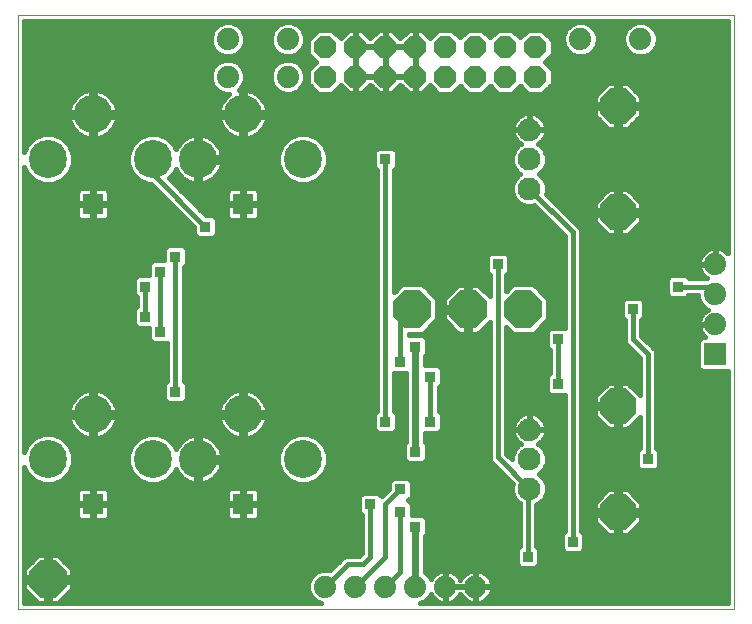
<source format=gbl>
G75*
G70*
%OFA0B0*%
%FSLAX24Y24*%
%IPPOS*%
%LPD*%
%AMOC8*
5,1,8,0,0,1.08239X$1,22.5*
%
%ADD10C,0.0000*%
%ADD11C,0.0760*%
%ADD12OC8,0.1181*%
%ADD13OC8,0.1266*%
%ADD14C,0.0740*%
%ADD15OC8,0.0740*%
%ADD16OC8,0.1240*%
%ADD17R,0.0709X0.0709*%
%ADD18C,0.1266*%
%ADD19R,0.0740X0.0740*%
%ADD20C,0.0160*%
%ADD21R,0.0356X0.0356*%
%ADD22C,0.0240*%
D10*
X003791Y000319D02*
X027661Y000319D01*
X027661Y020119D01*
X003791Y020119D01*
X003791Y000319D01*
D11*
X020839Y004334D03*
X020839Y005319D03*
X020839Y006303D03*
X020839Y014334D03*
X020839Y015319D03*
X020839Y016303D03*
D12*
X023791Y017090D03*
X023791Y013547D03*
X023791Y007090D03*
X023791Y003547D03*
D13*
X020641Y010319D03*
X018791Y010319D03*
X016941Y010319D03*
D14*
X012791Y018069D03*
X012791Y019319D03*
X010791Y019319D03*
X010791Y018069D03*
X022541Y019319D03*
X024541Y019319D03*
X027041Y011819D03*
X027041Y010819D03*
X027041Y009819D03*
X019041Y001069D03*
X018041Y001069D03*
X017041Y001069D03*
X016041Y001069D03*
X015041Y001069D03*
X014041Y001069D03*
D15*
X014041Y018069D03*
X015041Y018069D03*
X015041Y019069D03*
X014041Y019069D03*
X016041Y019069D03*
X017041Y019069D03*
X017041Y018069D03*
X016041Y018069D03*
X018041Y018069D03*
X018041Y019069D03*
X019041Y019069D03*
X020041Y019069D03*
X020041Y018069D03*
X019041Y018069D03*
X021041Y018069D03*
X021041Y019069D03*
D16*
X004791Y001319D03*
D17*
X006291Y003819D03*
X011291Y003819D03*
X011291Y013819D03*
X006291Y013819D03*
D18*
X004791Y015319D03*
X006291Y016819D03*
X008291Y015319D03*
X009791Y015319D03*
X011291Y016819D03*
X013291Y015319D03*
X011291Y006819D03*
X009791Y005319D03*
X008291Y005319D03*
X006291Y006819D03*
X004791Y005319D03*
X013291Y005319D03*
D19*
X027041Y008819D03*
D20*
X026471Y008878D02*
X025070Y008878D01*
X025071Y008874D02*
X025029Y008977D01*
X024571Y009435D01*
X024571Y009960D01*
X024669Y010058D01*
X024669Y010580D01*
X024552Y010697D01*
X024030Y010697D01*
X023913Y010580D01*
X023913Y010058D01*
X024011Y009960D01*
X024011Y009263D01*
X024054Y009160D01*
X024133Y009081D01*
X024511Y008703D01*
X024511Y007460D01*
X024111Y007861D01*
X023871Y007861D01*
X023871Y007170D01*
X023711Y007170D01*
X023711Y007010D01*
X023021Y007010D01*
X023021Y006771D01*
X023472Y006320D01*
X023711Y006320D01*
X023711Y007010D01*
X023871Y007010D01*
X023871Y006320D01*
X024111Y006320D01*
X024511Y006721D01*
X024511Y005678D01*
X024413Y005580D01*
X024413Y005058D01*
X024530Y004941D01*
X025052Y004941D01*
X025169Y005058D01*
X025169Y005580D01*
X025071Y005678D01*
X025071Y008874D01*
X025071Y008719D02*
X026471Y008719D01*
X026471Y008561D02*
X025071Y008561D01*
X025071Y008402D02*
X026471Y008402D01*
X026471Y008366D02*
X026589Y008249D01*
X027461Y008249D01*
X027461Y000519D01*
X017203Y000519D01*
X017364Y000585D01*
X017525Y000746D01*
X017553Y000815D01*
X017571Y000780D01*
X017622Y000710D01*
X017683Y000649D01*
X017753Y000598D01*
X017830Y000559D01*
X017913Y000532D01*
X017998Y000519D01*
X018021Y000519D01*
X018021Y001049D01*
X018061Y001049D01*
X018061Y000519D01*
X018085Y000519D01*
X018170Y000532D01*
X018253Y000559D01*
X018330Y000598D01*
X018400Y000649D01*
X018461Y000710D01*
X018512Y000780D01*
X018541Y000838D01*
X018571Y000780D01*
X018622Y000710D01*
X018683Y000649D01*
X018753Y000598D01*
X018830Y000559D01*
X018913Y000532D01*
X018998Y000519D01*
X019021Y000519D01*
X019021Y001049D01*
X018061Y001049D01*
X018061Y001089D01*
X018021Y001089D01*
X018021Y001619D01*
X017998Y001619D01*
X017913Y001605D01*
X017830Y001578D01*
X017753Y001539D01*
X017683Y001488D01*
X017622Y001427D01*
X017571Y001357D01*
X017553Y001322D01*
X017525Y001392D01*
X017364Y001552D01*
X017361Y001553D01*
X017361Y002750D01*
X017419Y002808D01*
X017419Y003330D01*
X020511Y003330D01*
X020511Y003172D02*
X017419Y003172D01*
X017419Y003330D02*
X017302Y003447D01*
X016919Y003447D01*
X016919Y003830D01*
X016805Y003944D01*
X016919Y004058D01*
X016919Y004580D01*
X016802Y004697D01*
X016280Y004697D01*
X016163Y004580D01*
X016163Y004337D01*
X015913Y004086D01*
X015802Y004197D01*
X015280Y004197D01*
X015163Y004080D01*
X015163Y003558D01*
X015261Y003460D01*
X015261Y002185D01*
X015175Y002099D01*
X014736Y002099D01*
X014633Y002056D01*
X014198Y001621D01*
X014155Y001639D01*
X013928Y001639D01*
X013719Y001552D01*
X013558Y001392D01*
X013471Y001182D01*
X013471Y000955D01*
X013558Y000746D01*
X013719Y000585D01*
X013880Y000519D01*
X003991Y000519D01*
X003991Y005073D01*
X004085Y004847D01*
X004319Y004612D01*
X004626Y004486D01*
X004957Y004486D01*
X005263Y004612D01*
X005498Y004847D01*
X005624Y005153D01*
X005624Y005484D01*
X005498Y005791D01*
X005263Y006025D01*
X004957Y006152D01*
X004626Y006152D01*
X004319Y006025D01*
X003991Y006025D01*
X003991Y006183D02*
X005784Y006183D01*
X005754Y006206D02*
X005839Y006141D01*
X005931Y006088D01*
X006029Y006047D01*
X006132Y006019D01*
X006211Y006009D01*
X006211Y006739D01*
X005482Y006739D01*
X005492Y006660D01*
X005520Y006557D01*
X005561Y006458D01*
X005614Y006366D01*
X005679Y006281D01*
X005754Y006206D01*
X005633Y006342D02*
X003991Y006342D01*
X003991Y006500D02*
X005543Y006500D01*
X005493Y006659D02*
X003991Y006659D01*
X003991Y006817D02*
X006211Y006817D01*
X006211Y006739D02*
X006211Y006899D01*
X006211Y007628D01*
X006132Y007618D01*
X006029Y007590D01*
X005931Y007549D01*
X005839Y007496D01*
X005754Y007431D01*
X005679Y007356D01*
X005614Y007271D01*
X005561Y007179D01*
X005520Y007081D01*
X005492Y006978D01*
X005482Y006899D01*
X006211Y006899D01*
X006371Y006899D01*
X006371Y007628D01*
X006450Y007618D01*
X006553Y007590D01*
X006652Y007549D01*
X006744Y007496D01*
X006829Y007431D01*
X006904Y007356D01*
X006969Y007271D01*
X007022Y007179D01*
X007063Y007081D01*
X007091Y006978D01*
X007101Y006899D01*
X006371Y006899D01*
X006371Y006739D01*
X006371Y006009D01*
X006450Y006019D01*
X006553Y006047D01*
X006652Y006088D01*
X006744Y006141D01*
X006829Y006206D01*
X006904Y006281D01*
X006969Y006366D01*
X007022Y006458D01*
X007063Y006557D01*
X007091Y006660D01*
X007101Y006739D01*
X006371Y006739D01*
X006211Y006739D01*
X006211Y006659D02*
X006371Y006659D01*
X006371Y006817D02*
X011211Y006817D01*
X011211Y006739D02*
X011211Y006899D01*
X011211Y007628D01*
X011132Y007618D01*
X011029Y007590D01*
X010931Y007549D01*
X010839Y007496D01*
X010754Y007431D01*
X010679Y007356D01*
X010614Y007271D01*
X010561Y007179D01*
X010520Y007081D01*
X010492Y006978D01*
X010482Y006899D01*
X011211Y006899D01*
X011371Y006899D01*
X011371Y007628D01*
X011450Y007618D01*
X011553Y007590D01*
X011652Y007549D01*
X011744Y007496D01*
X011829Y007431D01*
X011904Y007356D01*
X011969Y007271D01*
X012022Y007179D01*
X012063Y007081D01*
X012091Y006978D01*
X012101Y006899D01*
X011371Y006899D01*
X011371Y006739D01*
X011371Y006009D01*
X011450Y006019D01*
X011553Y006047D01*
X011652Y006088D01*
X011744Y006141D01*
X011829Y006206D01*
X011904Y006281D01*
X011969Y006366D01*
X012022Y006458D01*
X012063Y006557D01*
X012091Y006660D01*
X012101Y006739D01*
X011371Y006739D01*
X011211Y006739D01*
X010482Y006739D01*
X010492Y006660D01*
X010520Y006557D01*
X010561Y006458D01*
X010614Y006366D01*
X010679Y006281D01*
X010754Y006206D01*
X010839Y006141D01*
X010931Y006088D01*
X011029Y006047D01*
X011132Y006019D01*
X011211Y006009D01*
X011211Y006739D01*
X011211Y006659D02*
X011371Y006659D01*
X011371Y006817D02*
X015663Y006817D01*
X015663Y006830D02*
X015663Y006308D01*
X015780Y006191D01*
X016302Y006191D01*
X016419Y006308D01*
X016419Y006830D01*
X016321Y006928D01*
X016321Y008191D01*
X016721Y008191D01*
X016721Y005888D01*
X016663Y005830D01*
X016663Y005308D01*
X016780Y005191D01*
X017302Y005191D01*
X017419Y005308D01*
X017419Y005830D01*
X017361Y005888D01*
X017361Y006191D01*
X017802Y006191D01*
X017919Y006308D01*
X017919Y006830D01*
X017821Y006928D01*
X017821Y007710D01*
X017919Y007808D01*
X017919Y008330D01*
X017802Y008447D01*
X017361Y008447D01*
X017361Y008750D01*
X017419Y008808D01*
X017419Y009330D01*
X017302Y009447D01*
X016821Y009447D01*
X016821Y009486D01*
X017286Y009486D01*
X017774Y009974D01*
X017774Y010664D01*
X017286Y011152D01*
X016596Y011152D01*
X016321Y010877D01*
X016321Y014960D01*
X016419Y015058D01*
X016419Y015580D01*
X016302Y015697D01*
X015780Y015697D01*
X015663Y015580D01*
X015663Y015058D01*
X015761Y014960D01*
X015761Y006928D01*
X015663Y006830D01*
X015663Y006659D02*
X012090Y006659D01*
X012040Y006500D02*
X015663Y006500D01*
X015663Y006342D02*
X011950Y006342D01*
X011799Y006183D02*
X016721Y006183D01*
X016721Y006025D02*
X013764Y006025D01*
X013763Y006025D02*
X013457Y006152D01*
X013126Y006152D01*
X012819Y006025D01*
X011470Y006025D01*
X011371Y006025D02*
X011211Y006025D01*
X011113Y006025D02*
X010195Y006025D01*
X010152Y006049D02*
X010053Y006090D01*
X009950Y006118D01*
X009871Y006128D01*
X009871Y005399D01*
X009711Y005399D01*
X009711Y006128D01*
X009632Y006118D01*
X009529Y006090D01*
X009431Y006049D01*
X009339Y005996D01*
X009254Y005931D01*
X009179Y005856D01*
X009114Y005771D01*
X009061Y005679D01*
X009052Y005659D01*
X008998Y005791D01*
X008763Y006025D01*
X008457Y006152D01*
X008126Y006152D01*
X007819Y006025D01*
X006470Y006025D01*
X006371Y006025D02*
X006211Y006025D01*
X006113Y006025D02*
X005264Y006025D01*
X005422Y005866D02*
X007661Y005866D01*
X007585Y005791D02*
X007819Y006025D01*
X007585Y005791D02*
X007458Y005484D01*
X007458Y005153D01*
X007585Y004847D01*
X007819Y004612D01*
X008126Y004486D01*
X008457Y004486D01*
X008763Y004612D01*
X008998Y004847D01*
X009052Y004979D01*
X009061Y004958D01*
X009114Y004866D01*
X009179Y004781D01*
X009254Y004706D01*
X009339Y004641D01*
X009431Y004588D01*
X009529Y004547D01*
X009632Y004519D01*
X009711Y004509D01*
X009711Y005239D01*
X009871Y005239D01*
X009871Y004509D01*
X009950Y004519D01*
X010053Y004547D01*
X010152Y004588D01*
X010244Y004641D01*
X010329Y004706D01*
X010404Y004781D01*
X010469Y004866D01*
X010522Y004958D01*
X010563Y005057D01*
X010591Y005160D01*
X010601Y005239D01*
X009871Y005239D01*
X009871Y005399D01*
X010601Y005399D01*
X010591Y005478D01*
X010563Y005581D01*
X010522Y005679D01*
X010469Y005771D01*
X010404Y005856D01*
X010329Y005931D01*
X010244Y005996D01*
X010152Y006049D01*
X009871Y006025D02*
X009711Y006025D01*
X009711Y005866D02*
X009871Y005866D01*
X009871Y005708D02*
X009711Y005708D01*
X009711Y005549D02*
X009871Y005549D01*
X009871Y005391D02*
X012458Y005391D01*
X012458Y005484D02*
X012458Y005153D01*
X012585Y004847D01*
X012819Y004612D01*
X013126Y004486D01*
X013457Y004486D01*
X013763Y004612D01*
X013998Y004847D01*
X014124Y005153D01*
X014124Y005484D01*
X013998Y005791D01*
X013763Y006025D01*
X013922Y005866D02*
X016700Y005866D01*
X016663Y005708D02*
X014032Y005708D01*
X014098Y005549D02*
X016663Y005549D01*
X016663Y005391D02*
X014124Y005391D01*
X014124Y005232D02*
X016739Y005232D01*
X017344Y005232D02*
X019550Y005232D01*
X019554Y005223D02*
X020279Y004498D01*
X020259Y004450D01*
X020259Y004219D01*
X020347Y004006D01*
X020510Y003843D01*
X020511Y003842D01*
X020511Y002428D01*
X020413Y002330D01*
X020413Y001808D01*
X020530Y001691D01*
X021052Y001691D01*
X021169Y001808D01*
X021169Y002330D01*
X021071Y002428D01*
X021071Y003803D01*
X021167Y003843D01*
X021330Y004006D01*
X021419Y004219D01*
X021419Y004450D01*
X021330Y004663D01*
X021167Y004826D01*
X021166Y004827D01*
X021167Y004827D01*
X021330Y004990D01*
X021419Y005203D01*
X021419Y005434D01*
X021330Y005647D01*
X021167Y005810D01*
X021133Y005825D01*
X021203Y005876D01*
X021266Y005938D01*
X021318Y006009D01*
X021358Y006088D01*
X021385Y006172D01*
X021399Y006259D01*
X021399Y006284D01*
X020857Y006284D01*
X020857Y006321D01*
X021399Y006321D01*
X021399Y006347D01*
X021385Y006434D01*
X021358Y006518D01*
X021318Y006596D01*
X021266Y006668D01*
X021203Y006730D01*
X021132Y006782D01*
X021054Y006822D01*
X020970Y006849D01*
X020883Y006863D01*
X020857Y006863D01*
X020857Y006321D01*
X020820Y006321D01*
X020820Y006284D01*
X020279Y006284D01*
X020279Y006259D01*
X020292Y006172D01*
X020320Y006088D01*
X020360Y006009D01*
X020411Y005938D01*
X020474Y005876D01*
X020544Y005825D01*
X020510Y005810D01*
X020347Y005647D01*
X020259Y005434D01*
X020259Y005310D01*
X020071Y005498D01*
X020071Y009710D01*
X020296Y009486D01*
X020986Y009486D01*
X021474Y009974D01*
X021474Y010664D01*
X020986Y011152D01*
X020296Y011152D01*
X020071Y010927D01*
X020071Y011460D01*
X020169Y011558D01*
X020169Y012080D01*
X020052Y012197D01*
X019530Y012197D01*
X019413Y012080D01*
X019413Y011558D01*
X019511Y011460D01*
X019511Y010748D01*
X019128Y011132D01*
X018871Y011132D01*
X018871Y010399D01*
X018711Y010399D01*
X018711Y011132D01*
X018455Y011132D01*
X017978Y010655D01*
X017978Y010399D01*
X018711Y010399D01*
X018711Y010239D01*
X017978Y010239D01*
X017978Y009982D01*
X018455Y009506D01*
X018711Y009506D01*
X018711Y010239D01*
X018871Y010239D01*
X018871Y009506D01*
X019128Y009506D01*
X019511Y009889D01*
X019511Y005326D01*
X019554Y005223D01*
X019511Y005391D02*
X017419Y005391D01*
X017419Y005549D02*
X019511Y005549D01*
X019511Y005708D02*
X017419Y005708D01*
X017383Y005866D02*
X019511Y005866D01*
X019511Y006025D02*
X017361Y006025D01*
X017361Y006183D02*
X019511Y006183D01*
X019511Y006342D02*
X017919Y006342D01*
X017919Y006500D02*
X019511Y006500D01*
X019511Y006659D02*
X017919Y006659D01*
X017919Y006817D02*
X019511Y006817D01*
X019511Y006976D02*
X017821Y006976D01*
X017821Y007134D02*
X019511Y007134D01*
X019511Y007293D02*
X017821Y007293D01*
X017821Y007451D02*
X019511Y007451D01*
X019511Y007610D02*
X017821Y007610D01*
X017880Y007768D02*
X019511Y007768D01*
X019511Y007927D02*
X017919Y007927D01*
X017919Y008085D02*
X019511Y008085D01*
X019511Y008244D02*
X017919Y008244D01*
X017847Y008402D02*
X019511Y008402D01*
X019511Y008561D02*
X017361Y008561D01*
X017361Y008719D02*
X019511Y008719D01*
X019511Y008878D02*
X017419Y008878D01*
X017419Y009036D02*
X019511Y009036D01*
X019511Y009195D02*
X017419Y009195D01*
X017396Y009353D02*
X019511Y009353D01*
X019511Y009512D02*
X019134Y009512D01*
X019293Y009670D02*
X019511Y009670D01*
X019511Y009829D02*
X019451Y009829D01*
X018871Y009829D02*
X018711Y009829D01*
X018711Y009987D02*
X018871Y009987D01*
X018871Y010146D02*
X018711Y010146D01*
X018711Y010304D02*
X017774Y010304D01*
X017774Y010146D02*
X017978Y010146D01*
X017978Y009987D02*
X017774Y009987D01*
X017630Y009829D02*
X018132Y009829D01*
X018290Y009670D02*
X017471Y009670D01*
X017313Y009512D02*
X018449Y009512D01*
X018711Y009512D02*
X018871Y009512D01*
X018871Y009670D02*
X018711Y009670D01*
X018711Y010463D02*
X018871Y010463D01*
X018871Y010621D02*
X018711Y010621D01*
X018711Y010780D02*
X018871Y010780D01*
X018871Y010938D02*
X018711Y010938D01*
X018711Y011097D02*
X018871Y011097D01*
X019163Y011097D02*
X019511Y011097D01*
X019511Y011255D02*
X016321Y011255D01*
X016321Y011097D02*
X016541Y011097D01*
X016383Y010938D02*
X016321Y010938D01*
X016321Y011414D02*
X019511Y011414D01*
X019413Y011572D02*
X016321Y011572D01*
X016321Y011731D02*
X019413Y011731D01*
X019413Y011889D02*
X016321Y011889D01*
X016321Y012048D02*
X019413Y012048D01*
X019791Y011819D02*
X019791Y005382D01*
X020839Y004334D01*
X020791Y004287D01*
X020791Y002069D01*
X021169Y002062D02*
X027461Y002062D01*
X027461Y001904D02*
X021169Y001904D01*
X021107Y001745D02*
X027461Y001745D01*
X027461Y001587D02*
X019227Y001587D01*
X019253Y001578D02*
X019170Y001605D01*
X019085Y001619D01*
X019061Y001619D01*
X019061Y001089D01*
X019021Y001089D01*
X019021Y001049D01*
X019061Y001049D01*
X019061Y000519D01*
X019085Y000519D01*
X019170Y000532D01*
X019253Y000559D01*
X019330Y000598D01*
X019400Y000649D01*
X019461Y000710D01*
X019512Y000780D01*
X019551Y000858D01*
X019578Y000940D01*
X019591Y001025D01*
X019591Y001049D01*
X019061Y001049D01*
X019061Y001089D01*
X019591Y001089D01*
X019591Y001112D01*
X019578Y001197D01*
X019551Y001280D01*
X019512Y001357D01*
X019461Y001427D01*
X019400Y001488D01*
X019330Y001539D01*
X019253Y001578D01*
X019061Y001587D02*
X019021Y001587D01*
X019021Y001619D02*
X018998Y001619D01*
X018913Y001605D01*
X018830Y001578D01*
X018753Y001539D01*
X018683Y001488D01*
X018622Y001427D01*
X018571Y001357D01*
X018541Y001299D01*
X018512Y001357D01*
X018461Y001427D01*
X018400Y001488D01*
X018330Y001539D01*
X018253Y001578D01*
X018170Y001605D01*
X018085Y001619D01*
X018061Y001619D01*
X018061Y001089D01*
X018591Y001089D01*
X019021Y001089D01*
X019021Y001619D01*
X018856Y001587D02*
X018227Y001587D01*
X018061Y001587D02*
X018021Y001587D01*
X018021Y001428D02*
X018061Y001428D01*
X018061Y001270D02*
X018021Y001270D01*
X018021Y001111D02*
X018061Y001111D01*
X018061Y000953D02*
X018021Y000953D01*
X018021Y000794D02*
X018061Y000794D01*
X018061Y000636D02*
X018021Y000636D01*
X017702Y000636D02*
X017414Y000636D01*
X017545Y000794D02*
X017564Y000794D01*
X017623Y001428D02*
X017488Y001428D01*
X017361Y001587D02*
X017856Y001587D01*
X017361Y001745D02*
X020476Y001745D01*
X020413Y001904D02*
X017361Y001904D01*
X017361Y002062D02*
X020413Y002062D01*
X020413Y002221D02*
X017361Y002221D01*
X017361Y002379D02*
X020463Y002379D01*
X020511Y002538D02*
X017361Y002538D01*
X017361Y002696D02*
X020511Y002696D01*
X020511Y002855D02*
X017419Y002855D01*
X017419Y003013D02*
X020511Y003013D01*
X020511Y003489D02*
X016919Y003489D01*
X016919Y003647D02*
X020511Y003647D01*
X020511Y003806D02*
X016919Y003806D01*
X016826Y003964D02*
X020389Y003964D01*
X020299Y004123D02*
X016919Y004123D01*
X016919Y004281D02*
X020259Y004281D01*
X020259Y004440D02*
X016919Y004440D01*
X016901Y004598D02*
X020179Y004598D01*
X020020Y004757D02*
X013908Y004757D01*
X014026Y004915D02*
X019862Y004915D01*
X019703Y005074D02*
X014092Y005074D01*
X013729Y004598D02*
X016182Y004598D01*
X016163Y004440D02*
X003991Y004440D01*
X003991Y004598D02*
X004354Y004598D01*
X004175Y004757D02*
X003991Y004757D01*
X003991Y004915D02*
X004057Y004915D01*
X003991Y004281D02*
X005792Y004281D01*
X005793Y004283D02*
X005769Y004242D01*
X005757Y004197D01*
X005757Y003857D01*
X006253Y003857D01*
X006253Y003781D01*
X005757Y003781D01*
X005757Y003441D01*
X005769Y003395D01*
X005793Y003354D01*
X005827Y003320D01*
X005868Y003297D01*
X005913Y003284D01*
X006253Y003284D01*
X006253Y003781D01*
X006329Y003781D01*
X006329Y003284D01*
X006669Y003284D01*
X006715Y003297D01*
X006756Y003320D01*
X006790Y003354D01*
X006813Y003395D01*
X006826Y003441D01*
X006826Y003781D01*
X006330Y003781D01*
X006330Y003857D01*
X006826Y003857D01*
X006826Y004197D01*
X006813Y004242D01*
X006790Y004283D01*
X006756Y004317D01*
X006715Y004341D01*
X006669Y004353D01*
X006329Y004353D01*
X006329Y003857D01*
X006253Y003857D01*
X006253Y004353D01*
X005913Y004353D01*
X005868Y004341D01*
X005827Y004317D01*
X005793Y004283D01*
X005757Y004123D02*
X003991Y004123D01*
X003991Y003964D02*
X005757Y003964D01*
X005757Y003647D02*
X003991Y003647D01*
X003991Y003489D02*
X005757Y003489D01*
X005817Y003330D02*
X003991Y003330D01*
X003991Y003172D02*
X015261Y003172D01*
X015261Y003330D02*
X011766Y003330D01*
X011756Y003320D02*
X011790Y003354D01*
X011813Y003395D01*
X011826Y003441D01*
X011826Y003781D01*
X011330Y003781D01*
X011330Y003857D01*
X011826Y003857D01*
X011826Y004197D01*
X011813Y004242D01*
X011790Y004283D01*
X011756Y004317D01*
X011715Y004341D01*
X011669Y004353D01*
X011329Y004353D01*
X011329Y003857D01*
X011253Y003857D01*
X011253Y003781D01*
X010757Y003781D01*
X010757Y003441D01*
X010769Y003395D01*
X010793Y003354D01*
X010827Y003320D01*
X010868Y003297D01*
X010913Y003284D01*
X011253Y003284D01*
X011253Y003781D01*
X011329Y003781D01*
X011329Y003284D01*
X011669Y003284D01*
X011715Y003297D01*
X011756Y003320D01*
X011826Y003489D02*
X015232Y003489D01*
X015163Y003647D02*
X011826Y003647D01*
X011826Y003964D02*
X015163Y003964D01*
X015163Y003806D02*
X011330Y003806D01*
X011253Y003806D02*
X006330Y003806D01*
X006253Y003806D02*
X003991Y003806D01*
X003991Y003013D02*
X015261Y003013D01*
X015261Y002855D02*
X003991Y002855D01*
X003991Y002696D02*
X015261Y002696D01*
X015261Y002538D02*
X003991Y002538D01*
X003991Y002379D02*
X015261Y002379D01*
X015261Y002221D02*
X003991Y002221D01*
X003991Y002062D02*
X004404Y002062D01*
X004460Y002119D02*
X003991Y001650D01*
X003991Y001399D01*
X004711Y001399D01*
X004711Y002119D01*
X004460Y002119D01*
X004711Y002062D02*
X004871Y002062D01*
X004871Y002119D02*
X005123Y002119D01*
X005591Y001650D01*
X005591Y001399D01*
X004871Y001399D01*
X004711Y001399D01*
X004711Y001239D01*
X003991Y001239D01*
X003991Y000987D01*
X004460Y000519D01*
X004711Y000519D01*
X004711Y001239D01*
X004871Y001239D01*
X004871Y000519D01*
X005123Y000519D01*
X005591Y000987D01*
X005591Y001239D01*
X004871Y001239D01*
X004871Y001399D01*
X004871Y002119D01*
X004871Y001904D02*
X004711Y001904D01*
X004711Y001745D02*
X004871Y001745D01*
X004871Y001587D02*
X004711Y001587D01*
X004711Y001428D02*
X004871Y001428D01*
X004871Y001270D02*
X013508Y001270D01*
X013471Y001111D02*
X005591Y001111D01*
X005557Y000953D02*
X013472Y000953D01*
X013538Y000794D02*
X005398Y000794D01*
X005240Y000636D02*
X013668Y000636D01*
X014041Y001069D02*
X014791Y001819D01*
X015291Y001819D01*
X015541Y002069D01*
X015541Y003819D01*
X015206Y004123D02*
X011826Y004123D01*
X011791Y004281D02*
X016108Y004281D01*
X015949Y004123D02*
X015876Y004123D01*
X016041Y003819D02*
X016541Y004319D01*
X016041Y003819D02*
X016041Y002069D01*
X015041Y001069D01*
X014322Y001745D02*
X005496Y001745D01*
X005591Y001587D02*
X013802Y001587D01*
X013595Y001428D02*
X005591Y001428D01*
X005338Y001904D02*
X014480Y001904D01*
X014648Y002062D02*
X005179Y002062D01*
X004245Y001904D02*
X003991Y001904D01*
X003991Y001745D02*
X004087Y001745D01*
X003991Y001587D02*
X003991Y001587D01*
X003991Y001428D02*
X003991Y001428D01*
X003991Y001270D02*
X004711Y001270D01*
X004711Y001111D02*
X004871Y001111D01*
X004871Y000953D02*
X004711Y000953D01*
X004711Y000794D02*
X004871Y000794D01*
X004871Y000636D02*
X004711Y000636D01*
X004343Y000636D02*
X003991Y000636D01*
X003991Y000794D02*
X004185Y000794D01*
X004026Y000953D02*
X003991Y000953D01*
X003991Y001111D02*
X003991Y001111D01*
X006253Y003330D02*
X006329Y003330D01*
X006329Y003489D02*
X006253Y003489D01*
X006253Y003647D02*
X006329Y003647D01*
X006329Y003964D02*
X006253Y003964D01*
X006253Y004123D02*
X006329Y004123D01*
X006329Y004281D02*
X006253Y004281D01*
X006791Y004281D02*
X010792Y004281D01*
X010793Y004283D02*
X010769Y004242D01*
X010757Y004197D01*
X010757Y003857D01*
X011253Y003857D01*
X011253Y004353D01*
X010913Y004353D01*
X010868Y004341D01*
X010827Y004317D01*
X010793Y004283D01*
X010757Y004123D02*
X006826Y004123D01*
X006826Y003964D02*
X010757Y003964D01*
X010757Y003647D02*
X006826Y003647D01*
X006826Y003489D02*
X010757Y003489D01*
X010817Y003330D02*
X006766Y003330D01*
X007854Y004598D02*
X005229Y004598D01*
X005408Y004757D02*
X007675Y004757D01*
X007557Y004915D02*
X005526Y004915D01*
X005592Y005074D02*
X007491Y005074D01*
X007458Y005232D02*
X005624Y005232D01*
X005624Y005391D02*
X007458Y005391D01*
X007485Y005549D02*
X005598Y005549D01*
X005532Y005708D02*
X007551Y005708D01*
X006799Y006183D02*
X010784Y006183D01*
X010633Y006342D02*
X006950Y006342D01*
X007040Y006500D02*
X010543Y006500D01*
X010493Y006659D02*
X007090Y006659D01*
X007091Y006976D02*
X010492Y006976D01*
X010542Y007134D02*
X007041Y007134D01*
X006953Y007293D02*
X008678Y007293D01*
X008663Y007308D02*
X008780Y007191D01*
X009302Y007191D01*
X009419Y007308D01*
X009419Y007830D01*
X009321Y007928D01*
X009321Y011710D01*
X009419Y011808D01*
X009419Y012330D01*
X009302Y012447D01*
X008780Y012447D01*
X008663Y012330D01*
X008663Y011947D01*
X008280Y011947D01*
X008163Y011830D01*
X008163Y011447D01*
X007780Y011447D01*
X007663Y011330D01*
X007663Y010808D01*
X007761Y010710D01*
X007761Y010428D01*
X007663Y010330D01*
X007663Y009808D01*
X007780Y009691D01*
X008163Y009691D01*
X008163Y009308D01*
X008280Y009191D01*
X008761Y009191D01*
X008761Y007928D01*
X008663Y007830D01*
X008663Y007308D01*
X008663Y007451D02*
X006803Y007451D01*
X006481Y007610D02*
X008663Y007610D01*
X008663Y007768D02*
X003991Y007768D01*
X003991Y007610D02*
X006102Y007610D01*
X006211Y007610D02*
X006371Y007610D01*
X006371Y007451D02*
X006211Y007451D01*
X006211Y007293D02*
X006371Y007293D01*
X006371Y007134D02*
X006211Y007134D01*
X006211Y006976D02*
X006371Y006976D01*
X006371Y006500D02*
X006211Y006500D01*
X006211Y006342D02*
X006371Y006342D01*
X006371Y006183D02*
X006211Y006183D01*
X005492Y006976D02*
X003991Y006976D01*
X003991Y007134D02*
X005542Y007134D01*
X005630Y007293D02*
X003991Y007293D01*
X003991Y007451D02*
X005780Y007451D01*
X003991Y007927D02*
X008760Y007927D01*
X008761Y008085D02*
X003991Y008085D01*
X003991Y008244D02*
X008761Y008244D01*
X008761Y008402D02*
X003991Y008402D01*
X003991Y008561D02*
X008761Y008561D01*
X008761Y008719D02*
X003991Y008719D01*
X003991Y008878D02*
X008761Y008878D01*
X008761Y009036D02*
X003991Y009036D01*
X003991Y009195D02*
X008276Y009195D01*
X008163Y009353D02*
X003991Y009353D01*
X003991Y009512D02*
X008163Y009512D01*
X008163Y009670D02*
X003991Y009670D01*
X003991Y009829D02*
X007663Y009829D01*
X007663Y009987D02*
X003991Y009987D01*
X003991Y010146D02*
X007663Y010146D01*
X007663Y010304D02*
X003991Y010304D01*
X003991Y010463D02*
X007761Y010463D01*
X007761Y010621D02*
X003991Y010621D01*
X003991Y010780D02*
X007691Y010780D01*
X007663Y010938D02*
X003991Y010938D01*
X003991Y011097D02*
X007663Y011097D01*
X007663Y011255D02*
X003991Y011255D01*
X003991Y011414D02*
X007747Y011414D01*
X008041Y011069D02*
X008041Y010069D01*
X008541Y009569D02*
X008541Y011569D01*
X008163Y011572D02*
X003991Y011572D01*
X003991Y011731D02*
X008163Y011731D01*
X008223Y011889D02*
X003991Y011889D01*
X003991Y012048D02*
X008663Y012048D01*
X008663Y012206D02*
X003991Y012206D01*
X003991Y012365D02*
X008698Y012365D01*
X009041Y012069D02*
X009041Y007569D01*
X009419Y007610D02*
X011102Y007610D01*
X011211Y007610D02*
X011371Y007610D01*
X011481Y007610D02*
X015761Y007610D01*
X015761Y007768D02*
X009419Y007768D01*
X009322Y007927D02*
X015761Y007927D01*
X015761Y008085D02*
X009321Y008085D01*
X009321Y008244D02*
X015761Y008244D01*
X015761Y008402D02*
X009321Y008402D01*
X009321Y008561D02*
X015761Y008561D01*
X015761Y008719D02*
X009321Y008719D01*
X009321Y008878D02*
X015761Y008878D01*
X015761Y009036D02*
X009321Y009036D01*
X009321Y009195D02*
X015761Y009195D01*
X015761Y009353D02*
X009321Y009353D01*
X009321Y009512D02*
X015761Y009512D01*
X015761Y009670D02*
X009321Y009670D01*
X009321Y009829D02*
X015761Y009829D01*
X015761Y009987D02*
X009321Y009987D01*
X009321Y010146D02*
X015761Y010146D01*
X015761Y010304D02*
X009321Y010304D01*
X009321Y010463D02*
X015761Y010463D01*
X015761Y010621D02*
X009321Y010621D01*
X009321Y010780D02*
X015761Y010780D01*
X015761Y010938D02*
X009321Y010938D01*
X009321Y011097D02*
X015761Y011097D01*
X015761Y011255D02*
X009321Y011255D01*
X009321Y011414D02*
X015761Y011414D01*
X015761Y011572D02*
X009321Y011572D01*
X009342Y011731D02*
X015761Y011731D01*
X015761Y011889D02*
X009419Y011889D01*
X009419Y012048D02*
X015761Y012048D01*
X015761Y012206D02*
X009419Y012206D01*
X009384Y012365D02*
X015761Y012365D01*
X015761Y012523D02*
X003991Y012523D01*
X003991Y012682D02*
X015761Y012682D01*
X015761Y012840D02*
X010419Y012840D01*
X010419Y012808D02*
X010419Y013330D01*
X010302Y013447D01*
X010059Y013447D01*
X008828Y014678D01*
X008998Y014847D01*
X009052Y014979D01*
X009061Y014958D01*
X009114Y014866D01*
X009179Y014781D01*
X009254Y014706D01*
X009339Y014641D01*
X009431Y014588D01*
X009529Y014547D01*
X009632Y014519D01*
X009711Y014509D01*
X009711Y015239D01*
X009871Y015239D01*
X009871Y014509D01*
X009950Y014519D01*
X010053Y014547D01*
X010152Y014588D01*
X010244Y014641D01*
X010329Y014706D01*
X010404Y014781D01*
X010469Y014866D01*
X010522Y014958D01*
X010563Y015057D01*
X010591Y015160D01*
X010601Y015239D01*
X009871Y015239D01*
X009871Y015399D01*
X009711Y015399D01*
X009711Y016128D01*
X009632Y016118D01*
X009529Y016090D01*
X009431Y016049D01*
X009339Y015996D01*
X009254Y015931D01*
X009179Y015856D01*
X009114Y015771D01*
X009061Y015679D01*
X009052Y015659D01*
X008998Y015791D01*
X008763Y016025D01*
X008457Y016152D01*
X008126Y016152D01*
X007819Y016025D01*
X007585Y015791D01*
X007458Y015484D01*
X007458Y015153D01*
X007585Y014847D01*
X007819Y014612D01*
X008126Y014486D01*
X008228Y014486D01*
X009663Y013051D01*
X009663Y012808D01*
X009780Y012691D01*
X010302Y012691D01*
X010419Y012808D01*
X010419Y012999D02*
X015761Y012999D01*
X015761Y013157D02*
X010419Y013157D01*
X010419Y013316D02*
X010835Y013316D01*
X010827Y013320D02*
X010868Y013297D01*
X010913Y013284D01*
X011253Y013284D01*
X011253Y013781D01*
X010757Y013781D01*
X010757Y013441D01*
X010769Y013395D01*
X010793Y013354D01*
X010827Y013320D01*
X010757Y013474D02*
X010032Y013474D01*
X009873Y013633D02*
X010757Y013633D01*
X010757Y013857D02*
X011253Y013857D01*
X011253Y013781D01*
X011329Y013781D01*
X011329Y013284D01*
X011669Y013284D01*
X011715Y013297D01*
X011756Y013320D01*
X011790Y013354D01*
X011813Y013395D01*
X011826Y013441D01*
X011826Y013781D01*
X011330Y013781D01*
X011330Y013857D01*
X011826Y013857D01*
X011826Y014197D01*
X011813Y014242D01*
X011790Y014283D01*
X011756Y014317D01*
X011715Y014341D01*
X011669Y014353D01*
X011329Y014353D01*
X011329Y013857D01*
X011253Y013857D01*
X011253Y014353D01*
X010913Y014353D01*
X010868Y014341D01*
X010827Y014317D01*
X010793Y014283D01*
X010769Y014242D01*
X010757Y014197D01*
X010757Y013857D01*
X010757Y013950D02*
X009556Y013950D01*
X009398Y014108D02*
X010757Y014108D01*
X010783Y014267D02*
X009239Y014267D01*
X009081Y014425D02*
X015761Y014425D01*
X015761Y014267D02*
X011799Y014267D01*
X011826Y014108D02*
X015761Y014108D01*
X015761Y013950D02*
X011826Y013950D01*
X011826Y013633D02*
X015761Y013633D01*
X015761Y013791D02*
X011330Y013791D01*
X011253Y013791D02*
X009715Y013791D01*
X009240Y013474D02*
X006826Y013474D01*
X006826Y013441D02*
X006826Y013781D01*
X006330Y013781D01*
X006330Y013857D01*
X006826Y013857D01*
X006826Y014197D01*
X006813Y014242D01*
X006790Y014283D01*
X006756Y014317D01*
X006715Y014341D01*
X006669Y014353D01*
X006329Y014353D01*
X006329Y013857D01*
X006253Y013857D01*
X006253Y013781D01*
X005757Y013781D01*
X005757Y013441D01*
X005769Y013395D01*
X005793Y013354D01*
X005827Y013320D01*
X005868Y013297D01*
X005913Y013284D01*
X006253Y013284D01*
X006253Y013781D01*
X006329Y013781D01*
X006329Y013284D01*
X006669Y013284D01*
X006715Y013297D01*
X006756Y013320D01*
X006790Y013354D01*
X006813Y013395D01*
X006826Y013441D01*
X006748Y013316D02*
X009398Y013316D01*
X009557Y013157D02*
X003991Y013157D01*
X003991Y012999D02*
X009663Y012999D01*
X009663Y012840D02*
X003991Y012840D01*
X003991Y013316D02*
X005835Y013316D01*
X005757Y013474D02*
X003991Y013474D01*
X003991Y013633D02*
X005757Y013633D01*
X005757Y013857D02*
X006253Y013857D01*
X006253Y014353D01*
X005913Y014353D01*
X005868Y014341D01*
X005827Y014317D01*
X005793Y014283D01*
X005769Y014242D01*
X005757Y014197D01*
X005757Y013857D01*
X005757Y013950D02*
X003991Y013950D01*
X003991Y014108D02*
X005757Y014108D01*
X005783Y014267D02*
X003991Y014267D01*
X003991Y014425D02*
X008289Y014425D01*
X008447Y014267D02*
X006799Y014267D01*
X006826Y014108D02*
X008606Y014108D01*
X008764Y013950D02*
X006826Y013950D01*
X006826Y013633D02*
X009081Y013633D01*
X008923Y013791D02*
X006330Y013791D01*
X006253Y013791D02*
X003991Y013791D01*
X003991Y014584D02*
X004389Y014584D01*
X004319Y014612D02*
X004626Y014486D01*
X004957Y014486D01*
X005263Y014612D01*
X005498Y014847D01*
X005624Y015153D01*
X005624Y015484D01*
X005498Y015791D01*
X005263Y016025D01*
X004957Y016152D01*
X004626Y016152D01*
X004319Y016025D01*
X004085Y015791D01*
X003991Y015564D01*
X003991Y019919D01*
X027461Y019919D01*
X027461Y012176D01*
X027461Y012177D01*
X027400Y012238D01*
X027330Y012289D01*
X027253Y012328D01*
X027170Y012355D01*
X027085Y012369D01*
X027061Y012369D01*
X027061Y011839D01*
X027021Y011839D01*
X027021Y011799D01*
X026491Y011799D01*
X026491Y011775D01*
X026505Y011690D01*
X026532Y011608D01*
X026571Y011530D01*
X026622Y011460D01*
X026683Y011399D01*
X026753Y011349D01*
X026150Y011349D01*
X026052Y011447D01*
X025530Y011447D01*
X025413Y011330D01*
X025413Y010808D01*
X025530Y010691D01*
X026052Y010691D01*
X026150Y010789D01*
X026471Y010789D01*
X026471Y010705D01*
X026558Y010496D01*
X026719Y010335D01*
X026788Y010307D01*
X026753Y010289D01*
X026683Y010238D01*
X026622Y010177D01*
X026571Y010107D01*
X026532Y010030D01*
X026505Y009947D01*
X026491Y009862D01*
X026491Y009839D01*
X027021Y009839D01*
X027021Y009799D01*
X026491Y009799D01*
X026491Y009775D01*
X026505Y009690D01*
X026532Y009608D01*
X026571Y009530D01*
X026622Y009460D01*
X026683Y009399D01*
X026698Y009389D01*
X026589Y009389D01*
X026471Y009271D01*
X026471Y008366D01*
X026471Y009036D02*
X024970Y009036D01*
X024811Y009195D02*
X026471Y009195D01*
X026553Y009353D02*
X024653Y009353D01*
X024571Y009512D02*
X026585Y009512D01*
X026511Y009670D02*
X024571Y009670D01*
X024571Y009829D02*
X027021Y009829D01*
X026599Y010146D02*
X024669Y010146D01*
X024669Y010304D02*
X026783Y010304D01*
X026591Y010463D02*
X024669Y010463D01*
X024628Y010621D02*
X026506Y010621D01*
X026471Y010780D02*
X026141Y010780D01*
X025791Y011069D02*
X026791Y011069D01*
X027041Y010819D01*
X026669Y011414D02*
X026085Y011414D01*
X026550Y011572D02*
X022571Y011572D01*
X022571Y011414D02*
X025497Y011414D01*
X025413Y011255D02*
X022571Y011255D01*
X022571Y011097D02*
X025413Y011097D01*
X025413Y010938D02*
X022571Y010938D01*
X022571Y010780D02*
X025441Y010780D01*
X024599Y009987D02*
X026518Y009987D01*
X024791Y008819D02*
X024291Y009319D01*
X024291Y010319D01*
X023913Y010304D02*
X022571Y010304D01*
X022571Y010146D02*
X023913Y010146D01*
X023984Y009987D02*
X022571Y009987D01*
X022571Y009829D02*
X024011Y009829D01*
X024011Y009670D02*
X022571Y009670D01*
X022571Y009512D02*
X024011Y009512D01*
X024011Y009353D02*
X022571Y009353D01*
X022571Y009195D02*
X024040Y009195D01*
X024178Y009036D02*
X022571Y009036D01*
X022571Y008878D02*
X024336Y008878D01*
X024495Y008719D02*
X022571Y008719D01*
X022571Y008561D02*
X024511Y008561D01*
X024511Y008402D02*
X022571Y008402D01*
X022571Y008244D02*
X024511Y008244D01*
X024511Y008085D02*
X022571Y008085D01*
X022571Y007927D02*
X024511Y007927D01*
X024511Y007768D02*
X024203Y007768D01*
X024362Y007610D02*
X024511Y007610D01*
X025071Y007610D02*
X027461Y007610D01*
X027461Y007768D02*
X025071Y007768D01*
X025071Y007927D02*
X027461Y007927D01*
X027461Y008085D02*
X025071Y008085D01*
X025071Y008244D02*
X027461Y008244D01*
X027461Y007451D02*
X025071Y007451D01*
X025071Y007293D02*
X027461Y007293D01*
X027461Y007134D02*
X025071Y007134D01*
X025071Y006976D02*
X027461Y006976D01*
X027461Y006817D02*
X025071Y006817D01*
X025071Y006659D02*
X027461Y006659D01*
X027461Y006500D02*
X025071Y006500D01*
X025071Y006342D02*
X027461Y006342D01*
X027461Y006183D02*
X025071Y006183D01*
X025071Y006025D02*
X027461Y006025D01*
X027461Y005866D02*
X025071Y005866D01*
X025071Y005708D02*
X027461Y005708D01*
X027461Y005549D02*
X025169Y005549D01*
X025169Y005391D02*
X027461Y005391D01*
X027461Y005232D02*
X025169Y005232D01*
X025169Y005074D02*
X027461Y005074D01*
X027461Y004915D02*
X022571Y004915D01*
X022571Y004757D02*
X027461Y004757D01*
X027461Y004598D02*
X022571Y004598D01*
X022571Y004440D02*
X027461Y004440D01*
X027461Y004281D02*
X024147Y004281D01*
X024111Y004318D02*
X023871Y004318D01*
X023871Y003627D01*
X023711Y003627D01*
X023711Y003467D01*
X023021Y003467D01*
X023021Y003228D01*
X023472Y002776D01*
X023711Y002776D01*
X023711Y003467D01*
X023871Y003467D01*
X023871Y002776D01*
X024111Y002776D01*
X024562Y003228D01*
X024562Y003467D01*
X023871Y003467D01*
X023871Y003627D01*
X024562Y003627D01*
X024562Y003866D01*
X024111Y004318D01*
X023871Y004281D02*
X023711Y004281D01*
X023711Y004318D02*
X023472Y004318D01*
X023021Y003866D01*
X023021Y003627D01*
X023711Y003627D01*
X023711Y004318D01*
X023711Y004123D02*
X023871Y004123D01*
X023871Y003964D02*
X023711Y003964D01*
X023711Y003806D02*
X023871Y003806D01*
X023871Y003647D02*
X023711Y003647D01*
X023711Y003489D02*
X022571Y003489D01*
X022571Y003647D02*
X023021Y003647D01*
X023021Y003806D02*
X022571Y003806D01*
X022571Y003964D02*
X023119Y003964D01*
X023277Y004123D02*
X022571Y004123D01*
X022571Y004281D02*
X023436Y004281D01*
X024305Y004123D02*
X027461Y004123D01*
X027461Y003964D02*
X024464Y003964D01*
X024562Y003806D02*
X027461Y003806D01*
X027461Y003647D02*
X024562Y003647D01*
X024562Y003330D02*
X027461Y003330D01*
X027461Y003172D02*
X024506Y003172D01*
X024347Y003013D02*
X027461Y003013D01*
X027461Y002855D02*
X024189Y002855D01*
X023871Y002855D02*
X023711Y002855D01*
X023711Y003013D02*
X023871Y003013D01*
X023871Y003172D02*
X023711Y003172D01*
X023711Y003330D02*
X023871Y003330D01*
X023871Y003489D02*
X027461Y003489D01*
X027461Y002696D02*
X022669Y002696D01*
X022669Y002830D02*
X022571Y002928D01*
X022571Y012937D01*
X022529Y013040D01*
X021399Y014170D01*
X021419Y014219D01*
X021419Y014450D01*
X021330Y014663D01*
X021167Y014826D01*
X021166Y014827D01*
X021167Y014827D01*
X021330Y014990D01*
X021419Y015203D01*
X021419Y015434D01*
X021330Y015647D01*
X021167Y015810D01*
X021133Y015825D01*
X021203Y015876D01*
X021266Y015938D01*
X021318Y016009D01*
X021358Y016088D01*
X021385Y016172D01*
X021399Y016259D01*
X021399Y016284D01*
X020857Y016284D01*
X020857Y016321D01*
X021399Y016321D01*
X021399Y016347D01*
X021385Y016434D01*
X021358Y016518D01*
X021318Y016596D01*
X021266Y016668D01*
X021203Y016730D01*
X021132Y016782D01*
X021054Y016822D01*
X020970Y016849D01*
X020883Y016863D01*
X020857Y016863D01*
X020857Y016321D01*
X020820Y016321D01*
X020820Y016284D01*
X020279Y016284D01*
X020279Y016259D01*
X020292Y016172D01*
X020320Y016088D01*
X020360Y016009D01*
X020411Y015938D01*
X020474Y015876D01*
X020544Y015825D01*
X020510Y015810D01*
X020347Y015647D01*
X020259Y015434D01*
X020259Y015203D01*
X020347Y014990D01*
X020510Y014827D01*
X020511Y014827D01*
X020510Y014826D01*
X020347Y014663D01*
X020259Y014450D01*
X020259Y014219D01*
X020347Y014006D01*
X020510Y013843D01*
X020723Y013754D01*
X020954Y013754D01*
X021003Y013774D01*
X022011Y012766D01*
X022011Y009697D01*
X021530Y009697D01*
X021413Y009580D01*
X021413Y009058D01*
X021511Y008960D01*
X021511Y008178D01*
X021413Y008080D01*
X021413Y007558D01*
X021530Y007441D01*
X022011Y007441D01*
X022011Y002928D01*
X021913Y002830D01*
X021913Y002308D01*
X022030Y002191D01*
X022552Y002191D01*
X022669Y002308D01*
X022669Y002830D01*
X022644Y002855D02*
X023394Y002855D01*
X023236Y003013D02*
X022571Y003013D01*
X022571Y003172D02*
X023077Y003172D01*
X023021Y003330D02*
X022571Y003330D01*
X022011Y003330D02*
X021071Y003330D01*
X021071Y003172D02*
X022011Y003172D01*
X022011Y003013D02*
X021071Y003013D01*
X021071Y002855D02*
X021938Y002855D01*
X021913Y002696D02*
X021071Y002696D01*
X021071Y002538D02*
X021913Y002538D01*
X021913Y002379D02*
X021120Y002379D01*
X021169Y002221D02*
X022000Y002221D01*
X022291Y002569D02*
X022291Y012882D01*
X020839Y014334D01*
X021251Y014742D02*
X027461Y014742D01*
X027461Y014584D02*
X021363Y014584D01*
X021419Y014425D02*
X027461Y014425D01*
X027461Y014267D02*
X024161Y014267D01*
X024111Y014318D02*
X023871Y014318D01*
X023871Y013627D01*
X023711Y013627D01*
X023711Y013467D01*
X023021Y013467D01*
X023021Y013228D01*
X023472Y012776D01*
X023711Y012776D01*
X023711Y013467D01*
X023871Y013467D01*
X023871Y012776D01*
X024111Y012776D01*
X024562Y013228D01*
X024562Y013467D01*
X023871Y013467D01*
X023871Y013627D01*
X024562Y013627D01*
X024562Y013866D01*
X024111Y014318D01*
X023871Y014267D02*
X023711Y014267D01*
X023711Y014318D02*
X023472Y014318D01*
X023021Y013866D01*
X023021Y013627D01*
X023711Y013627D01*
X023711Y014318D01*
X023711Y014108D02*
X023871Y014108D01*
X023871Y013950D02*
X023711Y013950D01*
X023711Y013791D02*
X023871Y013791D01*
X023871Y013633D02*
X023711Y013633D01*
X023711Y013474D02*
X022095Y013474D01*
X022253Y013316D02*
X023021Y013316D01*
X023091Y013157D02*
X022412Y013157D01*
X022546Y012999D02*
X023250Y012999D01*
X023408Y012840D02*
X022571Y012840D01*
X022571Y012682D02*
X027461Y012682D01*
X027461Y012840D02*
X024174Y012840D01*
X024333Y012999D02*
X027461Y012999D01*
X027461Y013157D02*
X024491Y013157D01*
X024562Y013316D02*
X027461Y013316D01*
X027461Y013474D02*
X023871Y013474D01*
X023871Y013316D02*
X023711Y013316D01*
X023711Y013157D02*
X023871Y013157D01*
X023871Y012999D02*
X023711Y012999D01*
X023711Y012840D02*
X023871Y012840D01*
X024562Y013633D02*
X027461Y013633D01*
X027461Y013791D02*
X024562Y013791D01*
X024478Y013950D02*
X027461Y013950D01*
X027461Y014108D02*
X024320Y014108D01*
X023421Y014267D02*
X021419Y014267D01*
X021461Y014108D02*
X023263Y014108D01*
X023104Y013950D02*
X021619Y013950D01*
X021778Y013791D02*
X023021Y013791D01*
X023021Y013633D02*
X021936Y013633D01*
X021461Y013316D02*
X016321Y013316D01*
X016321Y013474D02*
X021303Y013474D01*
X021144Y013633D02*
X016321Y013633D01*
X016321Y013791D02*
X020634Y013791D01*
X020403Y013950D02*
X016321Y013950D01*
X016321Y014108D02*
X020305Y014108D01*
X020259Y014267D02*
X016321Y014267D01*
X016321Y014425D02*
X020259Y014425D01*
X020314Y014584D02*
X016321Y014584D01*
X016321Y014742D02*
X020426Y014742D01*
X020436Y014901D02*
X016321Y014901D01*
X016419Y015059D02*
X020318Y015059D01*
X020259Y015218D02*
X016419Y015218D01*
X016419Y015376D02*
X020259Y015376D01*
X020300Y015535D02*
X016419Y015535D01*
X016306Y015693D02*
X020393Y015693D01*
X020507Y015852D02*
X013937Y015852D01*
X013998Y015791D02*
X013763Y016025D01*
X013457Y016152D01*
X013126Y016152D01*
X012819Y016025D01*
X012585Y015791D01*
X012458Y015484D01*
X012458Y015153D01*
X012585Y014847D01*
X012819Y014612D01*
X013126Y014486D01*
X013457Y014486D01*
X013763Y014612D01*
X013998Y014847D01*
X014124Y015153D01*
X014124Y015484D01*
X013998Y015791D01*
X014038Y015693D02*
X015777Y015693D01*
X015663Y015535D02*
X014104Y015535D01*
X014124Y015376D02*
X015663Y015376D01*
X015663Y015218D02*
X014124Y015218D01*
X014086Y015059D02*
X015663Y015059D01*
X015761Y014901D02*
X014020Y014901D01*
X013893Y014742D02*
X015761Y014742D01*
X015761Y014584D02*
X013694Y014584D01*
X012889Y014584D02*
X010142Y014584D01*
X009871Y014584D02*
X009711Y014584D01*
X009711Y014742D02*
X009871Y014742D01*
X009871Y014901D02*
X009711Y014901D01*
X009711Y015059D02*
X009871Y015059D01*
X009871Y015218D02*
X009711Y015218D01*
X009871Y015376D02*
X012458Y015376D01*
X012458Y015218D02*
X010598Y015218D01*
X010564Y015059D02*
X012497Y015059D01*
X012563Y014901D02*
X010489Y014901D01*
X010365Y014742D02*
X012690Y014742D01*
X012479Y015535D02*
X010575Y015535D01*
X010563Y015581D02*
X010591Y015478D01*
X010601Y015399D01*
X009871Y015399D01*
X009871Y016128D01*
X009950Y016118D01*
X010053Y016090D01*
X010152Y016049D01*
X010244Y015996D01*
X010329Y015931D01*
X010404Y015856D01*
X010469Y015771D01*
X010522Y015679D01*
X010563Y015581D01*
X010514Y015693D02*
X012545Y015693D01*
X012646Y015852D02*
X010407Y015852D01*
X010220Y016010D02*
X011203Y016010D01*
X011211Y016010D02*
X011371Y016010D01*
X011371Y016009D02*
X011450Y016019D01*
X011553Y016047D01*
X011652Y016088D01*
X011744Y016141D01*
X011829Y016206D01*
X011904Y016281D01*
X011969Y016366D01*
X012022Y016458D01*
X012063Y016557D01*
X012091Y016660D01*
X012101Y016739D01*
X011371Y016739D01*
X011371Y016009D01*
X011380Y016010D02*
X012805Y016010D01*
X012034Y016486D02*
X020309Y016486D01*
X020320Y016518D02*
X020292Y016434D01*
X020279Y016347D01*
X020279Y016321D01*
X020820Y016321D01*
X020820Y016863D01*
X020795Y016863D01*
X020707Y016849D01*
X020624Y016822D01*
X020545Y016782D01*
X020474Y016730D01*
X020411Y016668D01*
X020360Y016596D01*
X020320Y016518D01*
X020394Y016644D02*
X012086Y016644D01*
X012101Y016899D02*
X012091Y016978D01*
X012063Y017081D01*
X012022Y017179D01*
X011969Y017271D01*
X011904Y017356D01*
X011829Y017431D01*
X011744Y017496D01*
X011652Y017549D01*
X011553Y017590D01*
X011450Y017618D01*
X011371Y017628D01*
X011371Y016899D01*
X011211Y016899D01*
X011211Y017628D01*
X011149Y017620D01*
X011275Y017746D01*
X011361Y017955D01*
X011361Y018182D01*
X011275Y018392D01*
X011114Y018552D01*
X010905Y018639D01*
X010678Y018639D01*
X010469Y018552D01*
X010308Y018392D01*
X010221Y018182D01*
X010221Y017955D01*
X010308Y017746D01*
X010469Y017585D01*
X010678Y017499D01*
X010843Y017499D01*
X010839Y017496D01*
X010754Y017431D01*
X010679Y017356D01*
X010614Y017271D01*
X010561Y017179D01*
X010520Y017081D01*
X010492Y016978D01*
X010482Y016899D01*
X011211Y016899D01*
X011211Y016739D01*
X010482Y016739D01*
X010492Y016660D01*
X010520Y016557D01*
X010561Y016458D01*
X010614Y016366D01*
X010679Y016281D01*
X010754Y016206D01*
X010839Y016141D01*
X010931Y016088D01*
X011029Y016047D01*
X011132Y016019D01*
X011211Y016009D01*
X011211Y016739D01*
X011371Y016739D01*
X011371Y016899D01*
X012101Y016899D01*
X012093Y016961D02*
X023021Y016961D01*
X023021Y017010D02*
X023021Y016771D01*
X023472Y016320D01*
X023711Y016320D01*
X023711Y017010D01*
X023021Y017010D01*
X023021Y017170D02*
X023711Y017170D01*
X023711Y017010D01*
X023871Y017010D01*
X023871Y016320D01*
X024111Y016320D01*
X024562Y016771D01*
X024562Y017010D01*
X023871Y017010D01*
X023871Y017170D01*
X023711Y017170D01*
X023711Y017861D01*
X023472Y017861D01*
X023021Y017409D01*
X023021Y017170D01*
X023021Y017278D02*
X011964Y017278D01*
X012047Y017120D02*
X023711Y017120D01*
X023711Y017278D02*
X023871Y017278D01*
X023871Y017170D02*
X023871Y017861D01*
X024111Y017861D01*
X024562Y017409D01*
X024562Y017170D01*
X023871Y017170D01*
X023871Y017120D02*
X027461Y017120D01*
X027461Y017278D02*
X024562Y017278D01*
X024535Y017437D02*
X027461Y017437D01*
X027461Y017595D02*
X024376Y017595D01*
X024218Y017754D02*
X027461Y017754D01*
X027461Y017912D02*
X021611Y017912D01*
X021611Y017833D02*
X021611Y018305D01*
X021347Y018569D01*
X021611Y018833D01*
X021611Y019305D01*
X021277Y019639D01*
X020805Y019639D01*
X020541Y019375D01*
X020277Y019639D01*
X019805Y019639D01*
X019541Y019375D01*
X019277Y019639D01*
X018805Y019639D01*
X018541Y019375D01*
X018277Y019639D01*
X017805Y019639D01*
X017527Y019361D01*
X017269Y019619D01*
X017061Y019619D01*
X017061Y019089D01*
X017021Y019089D01*
X017021Y019619D01*
X016814Y019619D01*
X016541Y019346D01*
X016269Y019619D01*
X016061Y019619D01*
X016061Y019089D01*
X016021Y019089D01*
X016021Y019619D01*
X015814Y019619D01*
X015541Y019346D01*
X015269Y019619D01*
X015061Y019619D01*
X015061Y019089D01*
X015021Y019089D01*
X015021Y019619D01*
X014814Y019619D01*
X014556Y019361D01*
X014277Y019639D01*
X013805Y019639D01*
X013471Y019305D01*
X013471Y018833D01*
X013735Y018569D01*
X013471Y018305D01*
X013471Y017833D01*
X013805Y017499D01*
X014277Y017499D01*
X014556Y017777D01*
X014814Y017519D01*
X015021Y017519D01*
X015021Y018049D01*
X015061Y018049D01*
X015061Y017519D01*
X015269Y017519D01*
X015541Y017791D01*
X015814Y017519D01*
X016021Y017519D01*
X016021Y018049D01*
X015491Y018049D01*
X015061Y018049D01*
X015061Y018089D01*
X015021Y018089D01*
X015021Y019049D01*
X015061Y019049D01*
X015061Y018519D01*
X015061Y018089D01*
X016021Y018089D01*
X016021Y019049D01*
X015591Y019049D01*
X015061Y019049D01*
X015061Y019089D01*
X016021Y019089D01*
X016021Y019049D01*
X016061Y019049D01*
X016061Y018519D01*
X016061Y018089D01*
X016021Y018089D01*
X016021Y018049D01*
X016061Y018049D01*
X016061Y017519D01*
X016269Y017519D01*
X016541Y017791D01*
X016814Y017519D01*
X017021Y017519D01*
X017021Y018049D01*
X016491Y018049D01*
X016061Y018049D01*
X016061Y018089D01*
X017021Y018089D01*
X017021Y018049D01*
X017061Y018049D01*
X017061Y017519D01*
X017269Y017519D01*
X017527Y017777D01*
X017805Y017499D01*
X018277Y017499D01*
X018541Y017763D01*
X018805Y017499D01*
X019277Y017499D01*
X019541Y017763D01*
X019805Y017499D01*
X020277Y017499D01*
X020541Y017763D01*
X020805Y017499D01*
X021277Y017499D01*
X021611Y017833D01*
X021533Y017754D02*
X023365Y017754D01*
X023207Y017595D02*
X021374Y017595D01*
X021611Y018071D02*
X027461Y018071D01*
X027461Y018229D02*
X021611Y018229D01*
X021528Y018388D02*
X027461Y018388D01*
X027461Y018546D02*
X021370Y018546D01*
X021484Y018705D02*
X027461Y018705D01*
X027461Y018863D02*
X024892Y018863D01*
X024864Y018835D02*
X025025Y018996D01*
X025111Y019205D01*
X025111Y019432D01*
X025025Y019642D01*
X024864Y019802D01*
X024655Y019889D01*
X024428Y019889D01*
X024219Y019802D01*
X024058Y019642D01*
X023971Y019432D01*
X023971Y019205D01*
X024058Y018996D01*
X024219Y018835D01*
X024428Y018749D01*
X024655Y018749D01*
X024864Y018835D01*
X025035Y019022D02*
X027461Y019022D01*
X027461Y019180D02*
X025101Y019180D01*
X025111Y019339D02*
X027461Y019339D01*
X027461Y019497D02*
X025084Y019497D01*
X025010Y019656D02*
X027461Y019656D01*
X027461Y019814D02*
X024835Y019814D01*
X024248Y019814D02*
X022835Y019814D01*
X022864Y019802D02*
X022655Y019889D01*
X022428Y019889D01*
X022219Y019802D01*
X022058Y019642D01*
X021971Y019432D01*
X021971Y019205D01*
X022058Y018996D01*
X022219Y018835D01*
X022428Y018749D01*
X022655Y018749D01*
X022864Y018835D01*
X023025Y018996D01*
X023111Y019205D01*
X023111Y019432D01*
X023025Y019642D01*
X022864Y019802D01*
X023010Y019656D02*
X024072Y019656D01*
X023998Y019497D02*
X023084Y019497D01*
X023111Y019339D02*
X023971Y019339D01*
X023982Y019180D02*
X023101Y019180D01*
X023035Y019022D02*
X024047Y019022D01*
X024191Y018863D02*
X022892Y018863D01*
X022191Y018863D02*
X021611Y018863D01*
X021611Y019022D02*
X022047Y019022D01*
X021982Y019180D02*
X021611Y019180D01*
X021577Y019339D02*
X021971Y019339D01*
X021998Y019497D02*
X021419Y019497D01*
X022072Y019656D02*
X013260Y019656D01*
X013275Y019642D02*
X013114Y019802D01*
X012905Y019889D01*
X012678Y019889D01*
X012469Y019802D01*
X012308Y019642D01*
X012221Y019432D01*
X012221Y019205D01*
X012308Y018996D01*
X012469Y018835D01*
X012678Y018749D01*
X012905Y018749D01*
X013114Y018835D01*
X013275Y018996D01*
X013361Y019205D01*
X013361Y019432D01*
X013275Y019642D01*
X013334Y019497D02*
X013664Y019497D01*
X013505Y019339D02*
X013361Y019339D01*
X013351Y019180D02*
X013471Y019180D01*
X013471Y019022D02*
X013285Y019022D01*
X013142Y018863D02*
X013471Y018863D01*
X013599Y018705D02*
X003991Y018705D01*
X003991Y018863D02*
X010441Y018863D01*
X010469Y018835D02*
X010678Y018749D01*
X010905Y018749D01*
X011114Y018835D01*
X011275Y018996D01*
X011361Y019205D01*
X011361Y019432D01*
X011275Y019642D01*
X011114Y019802D01*
X010905Y019889D01*
X010678Y019889D01*
X010469Y019802D01*
X010308Y019642D01*
X010221Y019432D01*
X010221Y019205D01*
X010308Y018996D01*
X010469Y018835D01*
X010297Y019022D02*
X003991Y019022D01*
X003991Y019180D02*
X010232Y019180D01*
X010221Y019339D02*
X003991Y019339D01*
X003991Y019497D02*
X010248Y019497D01*
X010322Y019656D02*
X003991Y019656D01*
X003991Y019814D02*
X010498Y019814D01*
X011085Y019814D02*
X012498Y019814D01*
X012322Y019656D02*
X011260Y019656D01*
X011334Y019497D02*
X012248Y019497D01*
X012221Y019339D02*
X011361Y019339D01*
X011351Y019180D02*
X012232Y019180D01*
X012297Y019022D02*
X011285Y019022D01*
X011142Y018863D02*
X012441Y018863D01*
X012469Y018552D02*
X012308Y018392D01*
X012221Y018182D01*
X012221Y017955D01*
X012308Y017746D01*
X012469Y017585D01*
X012678Y017499D01*
X012905Y017499D01*
X013114Y017585D01*
X013275Y017746D01*
X013361Y017955D01*
X013361Y018182D01*
X013275Y018392D01*
X013114Y018552D01*
X012905Y018639D01*
X012678Y018639D01*
X012469Y018552D01*
X012463Y018546D02*
X011120Y018546D01*
X011276Y018388D02*
X012307Y018388D01*
X012241Y018229D02*
X011342Y018229D01*
X011361Y018071D02*
X012221Y018071D01*
X012239Y017912D02*
X011344Y017912D01*
X011278Y017754D02*
X012305Y017754D01*
X012459Y017595D02*
X011535Y017595D01*
X011371Y017595D02*
X011211Y017595D01*
X011211Y017437D02*
X011371Y017437D01*
X011371Y017278D02*
X011211Y017278D01*
X011211Y017120D02*
X011371Y017120D01*
X011371Y016961D02*
X011211Y016961D01*
X011211Y016803D02*
X006371Y016803D01*
X006371Y016739D02*
X006371Y016899D01*
X006211Y016899D01*
X006211Y017628D01*
X006132Y017618D01*
X006029Y017590D01*
X005931Y017549D01*
X005839Y017496D01*
X005754Y017431D01*
X005679Y017356D01*
X005614Y017271D01*
X005561Y017179D01*
X005520Y017081D01*
X005492Y016978D01*
X005482Y016899D01*
X006211Y016899D01*
X006211Y016739D01*
X005482Y016739D01*
X005492Y016660D01*
X005520Y016557D01*
X005561Y016458D01*
X005614Y016366D01*
X005679Y016281D01*
X005754Y016206D01*
X005839Y016141D01*
X005931Y016088D01*
X006029Y016047D01*
X006132Y016019D01*
X006211Y016009D01*
X006211Y016739D01*
X006371Y016739D01*
X006371Y016009D01*
X006450Y016019D01*
X006553Y016047D01*
X006652Y016088D01*
X006744Y016141D01*
X006829Y016206D01*
X006904Y016281D01*
X006969Y016366D01*
X007022Y016458D01*
X007063Y016557D01*
X007091Y016660D01*
X007101Y016739D01*
X006371Y016739D01*
X006371Y016644D02*
X006211Y016644D01*
X006211Y016486D02*
X006371Y016486D01*
X006371Y016327D02*
X006211Y016327D01*
X006211Y016169D02*
X006371Y016169D01*
X006371Y016010D02*
X006211Y016010D01*
X006203Y016010D02*
X005278Y016010D01*
X005437Y015852D02*
X007646Y015852D01*
X007545Y015693D02*
X005538Y015693D01*
X005604Y015535D02*
X007479Y015535D01*
X007458Y015376D02*
X005624Y015376D01*
X005624Y015218D02*
X007458Y015218D01*
X007497Y015059D02*
X005586Y015059D01*
X005520Y014901D02*
X007563Y014901D01*
X007690Y014742D02*
X005393Y014742D01*
X005194Y014584D02*
X007889Y014584D01*
X008291Y014819D02*
X010041Y013069D01*
X011253Y013316D02*
X011329Y013316D01*
X011329Y013474D02*
X011253Y013474D01*
X011253Y013633D02*
X011329Y013633D01*
X011329Y013950D02*
X011253Y013950D01*
X011253Y014108D02*
X011329Y014108D01*
X011329Y014267D02*
X011253Y014267D01*
X011826Y013474D02*
X015761Y013474D01*
X015761Y013316D02*
X011748Y013316D01*
X009441Y014584D02*
X008922Y014584D01*
X008893Y014742D02*
X009218Y014742D01*
X009094Y014901D02*
X009020Y014901D01*
X009711Y015535D02*
X009871Y015535D01*
X009871Y015693D02*
X009711Y015693D01*
X009711Y015852D02*
X009871Y015852D01*
X009871Y016010D02*
X009711Y016010D01*
X009363Y016010D02*
X008778Y016010D01*
X008937Y015852D02*
X009176Y015852D01*
X009069Y015693D02*
X009038Y015693D01*
X008291Y015319D02*
X008291Y014819D01*
X007805Y016010D02*
X006380Y016010D01*
X006780Y016169D02*
X010803Y016169D01*
X010644Y016327D02*
X006939Y016327D01*
X007034Y016486D02*
X010549Y016486D01*
X010496Y016644D02*
X007086Y016644D01*
X007101Y016899D02*
X007091Y016978D01*
X007063Y017081D01*
X007022Y017179D01*
X006969Y017271D01*
X006904Y017356D01*
X006829Y017431D01*
X006744Y017496D01*
X006652Y017549D01*
X006553Y017590D01*
X006450Y017618D01*
X006371Y017628D01*
X006371Y016899D01*
X007101Y016899D01*
X007093Y016961D02*
X010490Y016961D01*
X010536Y017120D02*
X007047Y017120D01*
X006964Y017278D02*
X010619Y017278D01*
X010761Y017437D02*
X006822Y017437D01*
X006535Y017595D02*
X010459Y017595D01*
X010305Y017754D02*
X003991Y017754D01*
X003991Y017912D02*
X010239Y017912D01*
X010221Y018071D02*
X003991Y018071D01*
X003991Y018229D02*
X010241Y018229D01*
X010307Y018388D02*
X003991Y018388D01*
X003991Y018546D02*
X010463Y018546D01*
X011822Y017437D02*
X023048Y017437D01*
X023711Y017437D02*
X023871Y017437D01*
X023871Y017595D02*
X023711Y017595D01*
X023711Y017754D02*
X023871Y017754D01*
X023871Y016961D02*
X023711Y016961D01*
X023711Y016803D02*
X023871Y016803D01*
X023871Y016644D02*
X023711Y016644D01*
X023711Y016486D02*
X023871Y016486D01*
X023871Y016327D02*
X023711Y016327D01*
X023465Y016327D02*
X021399Y016327D01*
X021384Y016169D02*
X027461Y016169D01*
X027461Y016327D02*
X024118Y016327D01*
X024276Y016486D02*
X027461Y016486D01*
X027461Y016644D02*
X024435Y016644D01*
X024562Y016803D02*
X027461Y016803D01*
X027461Y016961D02*
X024562Y016961D01*
X023306Y016486D02*
X021368Y016486D01*
X021283Y016644D02*
X023148Y016644D01*
X023021Y016803D02*
X021091Y016803D01*
X020857Y016803D02*
X020820Y016803D01*
X020820Y016644D02*
X020857Y016644D01*
X020857Y016486D02*
X020820Y016486D01*
X020820Y016327D02*
X020857Y016327D01*
X020586Y016803D02*
X011371Y016803D01*
X011371Y016644D02*
X011211Y016644D01*
X011211Y016486D02*
X011371Y016486D01*
X011371Y016327D02*
X011211Y016327D01*
X011211Y016169D02*
X011371Y016169D01*
X011780Y016169D02*
X020293Y016169D01*
X020279Y016327D02*
X011939Y016327D01*
X013124Y017595D02*
X013709Y017595D01*
X013550Y017754D02*
X013278Y017754D01*
X013344Y017912D02*
X013471Y017912D01*
X013471Y018071D02*
X013361Y018071D01*
X013342Y018229D02*
X013471Y018229D01*
X013554Y018388D02*
X013276Y018388D01*
X013120Y018546D02*
X013713Y018546D01*
X014533Y017754D02*
X014579Y017754D01*
X014737Y017595D02*
X014374Y017595D01*
X015021Y017595D02*
X015061Y017595D01*
X015061Y017754D02*
X015021Y017754D01*
X015021Y017912D02*
X015061Y017912D01*
X015061Y018071D02*
X016021Y018071D01*
X016061Y018071D02*
X017021Y018071D01*
X017021Y018089D02*
X017021Y019049D01*
X016491Y019049D01*
X016061Y019049D01*
X016061Y019089D01*
X017021Y019089D01*
X017021Y019049D01*
X017061Y019049D01*
X017061Y018519D01*
X017061Y018089D01*
X017021Y018089D01*
X017021Y018229D02*
X017061Y018229D01*
X017061Y018388D02*
X017021Y018388D01*
X017021Y018546D02*
X017061Y018546D01*
X017061Y018705D02*
X017021Y018705D01*
X017021Y018863D02*
X017061Y018863D01*
X017061Y019022D02*
X017021Y019022D01*
X017021Y019180D02*
X017061Y019180D01*
X017061Y019339D02*
X017021Y019339D01*
X017021Y019497D02*
X017061Y019497D01*
X016692Y019497D02*
X016391Y019497D01*
X016061Y019497D02*
X016021Y019497D01*
X016021Y019339D02*
X016061Y019339D01*
X016061Y019180D02*
X016021Y019180D01*
X016021Y019022D02*
X016061Y019022D01*
X016061Y018863D02*
X016021Y018863D01*
X016021Y018705D02*
X016061Y018705D01*
X016061Y018546D02*
X016021Y018546D01*
X016021Y018388D02*
X016061Y018388D01*
X016061Y018229D02*
X016021Y018229D01*
X016021Y017912D02*
X016061Y017912D01*
X016061Y017754D02*
X016021Y017754D01*
X016021Y017595D02*
X016061Y017595D01*
X016346Y017595D02*
X016737Y017595D01*
X016579Y017754D02*
X016504Y017754D01*
X017021Y017754D02*
X017061Y017754D01*
X017061Y017912D02*
X017021Y017912D01*
X017021Y017595D02*
X017061Y017595D01*
X017346Y017595D02*
X017709Y017595D01*
X017550Y017754D02*
X017504Y017754D01*
X018374Y017595D02*
X018709Y017595D01*
X018550Y017754D02*
X018533Y017754D01*
X019374Y017595D02*
X019709Y017595D01*
X019550Y017754D02*
X019533Y017754D01*
X020374Y017595D02*
X020709Y017595D01*
X020550Y017754D02*
X020533Y017754D01*
X020419Y019497D02*
X020664Y019497D01*
X019664Y019497D02*
X019419Y019497D01*
X018664Y019497D02*
X018419Y019497D01*
X017664Y019497D02*
X017391Y019497D01*
X015692Y019497D02*
X015391Y019497D01*
X015061Y019497D02*
X015021Y019497D01*
X015021Y019339D02*
X015061Y019339D01*
X015061Y019180D02*
X015021Y019180D01*
X015021Y019022D02*
X015061Y019022D01*
X015061Y018863D02*
X015021Y018863D01*
X015021Y018705D02*
X015061Y018705D01*
X015061Y018546D02*
X015021Y018546D01*
X015021Y018388D02*
X015061Y018388D01*
X015061Y018229D02*
X015021Y018229D01*
X015504Y017754D02*
X015579Y017754D01*
X015737Y017595D02*
X015346Y017595D01*
X014692Y019497D02*
X014419Y019497D01*
X013085Y019814D02*
X022248Y019814D01*
X021318Y016010D02*
X027461Y016010D01*
X027461Y015852D02*
X021170Y015852D01*
X021284Y015693D02*
X027461Y015693D01*
X027461Y015535D02*
X021377Y015535D01*
X021419Y015376D02*
X027461Y015376D01*
X027461Y015218D02*
X021419Y015218D01*
X021359Y015059D02*
X027461Y015059D01*
X027461Y014901D02*
X021241Y014901D01*
X020359Y016010D02*
X013778Y016010D01*
X016041Y015319D02*
X016041Y006569D01*
X016419Y006500D02*
X016721Y006500D01*
X016721Y006342D02*
X016419Y006342D01*
X016419Y006659D02*
X016721Y006659D01*
X016721Y006817D02*
X016419Y006817D01*
X016321Y006976D02*
X016721Y006976D01*
X016721Y007134D02*
X016321Y007134D01*
X016321Y007293D02*
X016721Y007293D01*
X016721Y007451D02*
X016321Y007451D01*
X016321Y007610D02*
X016721Y007610D01*
X016721Y007768D02*
X016321Y007768D01*
X016321Y007927D02*
X016721Y007927D01*
X016721Y008085D02*
X016321Y008085D01*
X016541Y008569D02*
X016541Y010069D01*
X016791Y010319D01*
X016941Y010319D01*
X017500Y010938D02*
X018261Y010938D01*
X018103Y010780D02*
X017659Y010780D01*
X017774Y010621D02*
X017978Y010621D01*
X017978Y010463D02*
X017774Y010463D01*
X017342Y011097D02*
X018420Y011097D01*
X019322Y010938D02*
X019511Y010938D01*
X019511Y010780D02*
X019480Y010780D01*
X020071Y010938D02*
X020083Y010938D01*
X020071Y011097D02*
X020241Y011097D01*
X020071Y011255D02*
X022011Y011255D01*
X022011Y011097D02*
X021042Y011097D01*
X021200Y010938D02*
X022011Y010938D01*
X022011Y010780D02*
X021359Y010780D01*
X021474Y010621D02*
X022011Y010621D01*
X022011Y010463D02*
X021474Y010463D01*
X021474Y010304D02*
X022011Y010304D01*
X022011Y010146D02*
X021474Y010146D01*
X021474Y009987D02*
X022011Y009987D01*
X022011Y009829D02*
X021330Y009829D01*
X021171Y009670D02*
X021504Y009670D01*
X021413Y009512D02*
X021013Y009512D01*
X021413Y009353D02*
X020071Y009353D01*
X020071Y009195D02*
X021413Y009195D01*
X021435Y009036D02*
X020071Y009036D01*
X020071Y008878D02*
X021511Y008878D01*
X021511Y008719D02*
X020071Y008719D01*
X020071Y008561D02*
X021511Y008561D01*
X021511Y008402D02*
X020071Y008402D01*
X020071Y008244D02*
X021511Y008244D01*
X021419Y008085D02*
X020071Y008085D01*
X020071Y007927D02*
X021413Y007927D01*
X021413Y007768D02*
X020071Y007768D01*
X020071Y007610D02*
X021413Y007610D01*
X021520Y007451D02*
X020071Y007451D01*
X020071Y007293D02*
X022011Y007293D01*
X022011Y007134D02*
X020071Y007134D01*
X020071Y006976D02*
X022011Y006976D01*
X022011Y006817D02*
X021063Y006817D01*
X020857Y006817D02*
X020820Y006817D01*
X020820Y006863D02*
X020795Y006863D01*
X020707Y006849D01*
X020624Y006822D01*
X020545Y006782D01*
X020474Y006730D01*
X020411Y006668D01*
X020360Y006596D01*
X020320Y006518D01*
X020292Y006434D01*
X020279Y006347D01*
X020279Y006321D01*
X020820Y006321D01*
X020820Y006863D01*
X020820Y006659D02*
X020857Y006659D01*
X020857Y006500D02*
X020820Y006500D01*
X020820Y006342D02*
X020857Y006342D01*
X021272Y006659D02*
X022011Y006659D01*
X022011Y006500D02*
X021363Y006500D01*
X021399Y006342D02*
X022011Y006342D01*
X022011Y006183D02*
X021387Y006183D01*
X021325Y006025D02*
X022011Y006025D01*
X022011Y005866D02*
X021190Y005866D01*
X021270Y005708D02*
X022011Y005708D01*
X022011Y005549D02*
X021371Y005549D01*
X021419Y005391D02*
X022011Y005391D01*
X022011Y005232D02*
X021419Y005232D01*
X021365Y005074D02*
X022011Y005074D01*
X022011Y004915D02*
X021255Y004915D01*
X021237Y004757D02*
X022011Y004757D01*
X022011Y004598D02*
X021357Y004598D01*
X021419Y004440D02*
X022011Y004440D01*
X022011Y004281D02*
X021419Y004281D01*
X021379Y004123D02*
X022011Y004123D01*
X022011Y003964D02*
X021289Y003964D01*
X021078Y003806D02*
X022011Y003806D01*
X022011Y003647D02*
X021071Y003647D01*
X021071Y003489D02*
X022011Y003489D01*
X022669Y002538D02*
X027461Y002538D01*
X027461Y002379D02*
X022669Y002379D01*
X022582Y002221D02*
X027461Y002221D01*
X027461Y001428D02*
X019460Y001428D01*
X019554Y001270D02*
X027461Y001270D01*
X027461Y001111D02*
X019591Y001111D01*
X019580Y000953D02*
X027461Y000953D01*
X027461Y000794D02*
X019519Y000794D01*
X019381Y000636D02*
X027461Y000636D01*
X024413Y005074D02*
X022571Y005074D01*
X022571Y005232D02*
X024413Y005232D01*
X024413Y005391D02*
X022571Y005391D01*
X022571Y005549D02*
X024413Y005549D01*
X024511Y005708D02*
X022571Y005708D01*
X022571Y005866D02*
X024511Y005866D01*
X024511Y006025D02*
X022571Y006025D01*
X022571Y006183D02*
X024511Y006183D01*
X024511Y006342D02*
X024132Y006342D01*
X024291Y006500D02*
X024511Y006500D01*
X024511Y006659D02*
X024449Y006659D01*
X023871Y006659D02*
X023711Y006659D01*
X023711Y006817D02*
X023871Y006817D01*
X023871Y006976D02*
X023711Y006976D01*
X023711Y007134D02*
X022571Y007134D01*
X022571Y006976D02*
X023021Y006976D01*
X023021Y006817D02*
X022571Y006817D01*
X022571Y006659D02*
X023133Y006659D01*
X023292Y006500D02*
X022571Y006500D01*
X022571Y006342D02*
X023450Y006342D01*
X023711Y006342D02*
X023871Y006342D01*
X023871Y006500D02*
X023711Y006500D01*
X023711Y007170D02*
X023021Y007170D01*
X023021Y007409D01*
X023472Y007861D01*
X023711Y007861D01*
X023711Y007170D01*
X023711Y007293D02*
X023871Y007293D01*
X023871Y007451D02*
X023711Y007451D01*
X023711Y007610D02*
X023871Y007610D01*
X023871Y007768D02*
X023711Y007768D01*
X023380Y007768D02*
X022571Y007768D01*
X022571Y007610D02*
X023221Y007610D01*
X023063Y007451D02*
X022571Y007451D01*
X022571Y007293D02*
X023021Y007293D01*
X021791Y007819D02*
X021791Y009319D01*
X022571Y010463D02*
X023913Y010463D01*
X023955Y010621D02*
X022571Y010621D01*
X022011Y011414D02*
X020071Y011414D01*
X020169Y011572D02*
X022011Y011572D01*
X022011Y011731D02*
X020169Y011731D01*
X020169Y011889D02*
X022011Y011889D01*
X022011Y012048D02*
X020169Y012048D01*
X021620Y013157D02*
X016321Y013157D01*
X016321Y012999D02*
X021778Y012999D01*
X021937Y012840D02*
X016321Y012840D01*
X016321Y012682D02*
X022011Y012682D01*
X022011Y012523D02*
X016321Y012523D01*
X016321Y012365D02*
X022011Y012365D01*
X022011Y012206D02*
X016321Y012206D01*
X020071Y009670D02*
X020112Y009670D01*
X020071Y009512D02*
X020270Y009512D01*
X017541Y008069D02*
X017541Y006569D01*
X015761Y006976D02*
X012091Y006976D01*
X012041Y007134D02*
X015761Y007134D01*
X015761Y007293D02*
X011953Y007293D01*
X011803Y007451D02*
X015761Y007451D01*
X012819Y006025D02*
X012585Y005791D01*
X012458Y005484D01*
X012485Y005549D02*
X010571Y005549D01*
X010506Y005708D02*
X012551Y005708D01*
X012661Y005866D02*
X010394Y005866D01*
X010600Y005232D02*
X012458Y005232D01*
X012491Y005074D02*
X010567Y005074D01*
X010497Y004915D02*
X012557Y004915D01*
X012675Y004757D02*
X010379Y004757D01*
X010170Y004598D02*
X012854Y004598D01*
X011329Y004281D02*
X011253Y004281D01*
X011253Y004123D02*
X011329Y004123D01*
X011329Y003964D02*
X011253Y003964D01*
X011253Y003647D02*
X011329Y003647D01*
X011329Y003489D02*
X011253Y003489D01*
X011253Y003330D02*
X011329Y003330D01*
X009871Y004598D02*
X009711Y004598D01*
X009711Y004757D02*
X009871Y004757D01*
X009871Y004915D02*
X009711Y004915D01*
X009711Y005074D02*
X009871Y005074D01*
X009871Y005232D02*
X009711Y005232D01*
X009204Y004757D02*
X008908Y004757D01*
X009026Y004915D02*
X009085Y004915D01*
X009413Y004598D02*
X008729Y004598D01*
X009032Y005708D02*
X009077Y005708D01*
X009189Y005866D02*
X008922Y005866D01*
X008764Y006025D02*
X009388Y006025D01*
X009404Y007293D02*
X010630Y007293D01*
X010780Y007451D02*
X009419Y007451D01*
X011211Y007451D02*
X011371Y007451D01*
X011371Y007293D02*
X011211Y007293D01*
X011211Y007134D02*
X011371Y007134D01*
X011371Y006976D02*
X011211Y006976D01*
X011211Y006500D02*
X011371Y006500D01*
X011371Y006342D02*
X011211Y006342D01*
X011211Y006183D02*
X011371Y006183D01*
X016541Y003569D02*
X016541Y001569D01*
X016041Y001069D01*
X018381Y000636D02*
X018702Y000636D01*
X018564Y000794D02*
X018519Y000794D01*
X019021Y000794D02*
X019061Y000794D01*
X019061Y000636D02*
X019021Y000636D01*
X019021Y000953D02*
X019061Y000953D01*
X019061Y001111D02*
X019021Y001111D01*
X019021Y001270D02*
X019061Y001270D01*
X019061Y001428D02*
X019021Y001428D01*
X018623Y001428D02*
X018460Y001428D01*
X020178Y005391D02*
X020259Y005391D01*
X020306Y005549D02*
X020071Y005549D01*
X020071Y005708D02*
X020407Y005708D01*
X020487Y005866D02*
X020071Y005866D01*
X020071Y006025D02*
X020352Y006025D01*
X020291Y006183D02*
X020071Y006183D01*
X020071Y006342D02*
X020279Y006342D01*
X020314Y006500D02*
X020071Y006500D01*
X020071Y006659D02*
X020405Y006659D01*
X020614Y006817D02*
X020071Y006817D01*
X024791Y005319D02*
X024791Y008819D01*
X026498Y011731D02*
X022571Y011731D01*
X022571Y011889D02*
X026496Y011889D01*
X026491Y011862D02*
X026491Y011839D01*
X027021Y011839D01*
X027021Y012369D01*
X026998Y012369D01*
X026913Y012355D01*
X026830Y012328D01*
X026753Y012289D01*
X026683Y012238D01*
X026622Y012177D01*
X026571Y012107D01*
X026532Y012030D01*
X026505Y011947D01*
X026491Y011862D01*
X026541Y012048D02*
X022571Y012048D01*
X022571Y012206D02*
X026651Y012206D01*
X026973Y012365D02*
X022571Y012365D01*
X022571Y012523D02*
X027461Y012523D01*
X027461Y012365D02*
X027110Y012365D01*
X027061Y012365D02*
X027021Y012365D01*
X027021Y012206D02*
X027061Y012206D01*
X027061Y012048D02*
X027021Y012048D01*
X027021Y011889D02*
X027061Y011889D01*
X027432Y012206D02*
X027461Y012206D01*
X006329Y013316D02*
X006253Y013316D01*
X006253Y013474D02*
X006329Y013474D01*
X006329Y013633D02*
X006253Y013633D01*
X006253Y013950D02*
X006329Y013950D01*
X006329Y014108D02*
X006253Y014108D01*
X006253Y014267D02*
X006329Y014267D01*
X004319Y014612D02*
X004085Y014847D01*
X003991Y015073D01*
X003991Y005564D01*
X004085Y005791D01*
X004319Y006025D01*
X004161Y005866D02*
X003991Y005866D01*
X003991Y005708D02*
X004051Y005708D01*
X003991Y014742D02*
X004190Y014742D01*
X004063Y014901D02*
X003991Y014901D01*
X003991Y015059D02*
X003997Y015059D01*
X003991Y015693D02*
X004045Y015693D01*
X003991Y015852D02*
X004146Y015852D01*
X003991Y016010D02*
X004305Y016010D01*
X003991Y016169D02*
X005803Y016169D01*
X005644Y016327D02*
X003991Y016327D01*
X003991Y016486D02*
X005549Y016486D01*
X005496Y016644D02*
X003991Y016644D01*
X003991Y016803D02*
X006211Y016803D01*
X006211Y016961D02*
X006371Y016961D01*
X006371Y017120D02*
X006211Y017120D01*
X006211Y017278D02*
X006371Y017278D01*
X006371Y017437D02*
X006211Y017437D01*
X006211Y017595D02*
X006371Y017595D01*
X006048Y017595D02*
X003991Y017595D01*
X003991Y017437D02*
X005761Y017437D01*
X005619Y017278D02*
X003991Y017278D01*
X003991Y017120D02*
X005536Y017120D01*
X005490Y016961D02*
X003991Y016961D01*
D21*
X007041Y018069D03*
X007041Y019319D03*
X014541Y013569D03*
X016041Y015319D03*
X018291Y014819D03*
X019791Y011819D03*
X021791Y009319D03*
X021791Y007819D03*
X024291Y010319D03*
X025791Y011069D03*
X024791Y005319D03*
X022291Y002569D03*
X020791Y002069D03*
X017041Y003069D03*
X016541Y003569D03*
X016541Y004319D03*
X015541Y003819D03*
X017041Y005569D03*
X017541Y006569D03*
X016041Y006569D03*
X017541Y008069D03*
X016541Y008569D03*
X017041Y009069D03*
X015541Y010819D03*
X012791Y010569D03*
X011541Y009819D03*
X009541Y009319D03*
X008541Y009569D03*
X008041Y010069D03*
X008041Y011069D03*
X008541Y011569D03*
X009041Y012069D03*
X010041Y013069D03*
X007541Y012069D03*
X006541Y012069D03*
X004291Y010819D03*
X004291Y009069D03*
X009041Y007569D03*
X009791Y001319D03*
X008041Y001319D03*
X026291Y017569D03*
X022041Y018319D03*
D22*
X017041Y009069D02*
X017041Y005569D01*
X017041Y003069D02*
X017041Y001069D01*
M02*

</source>
